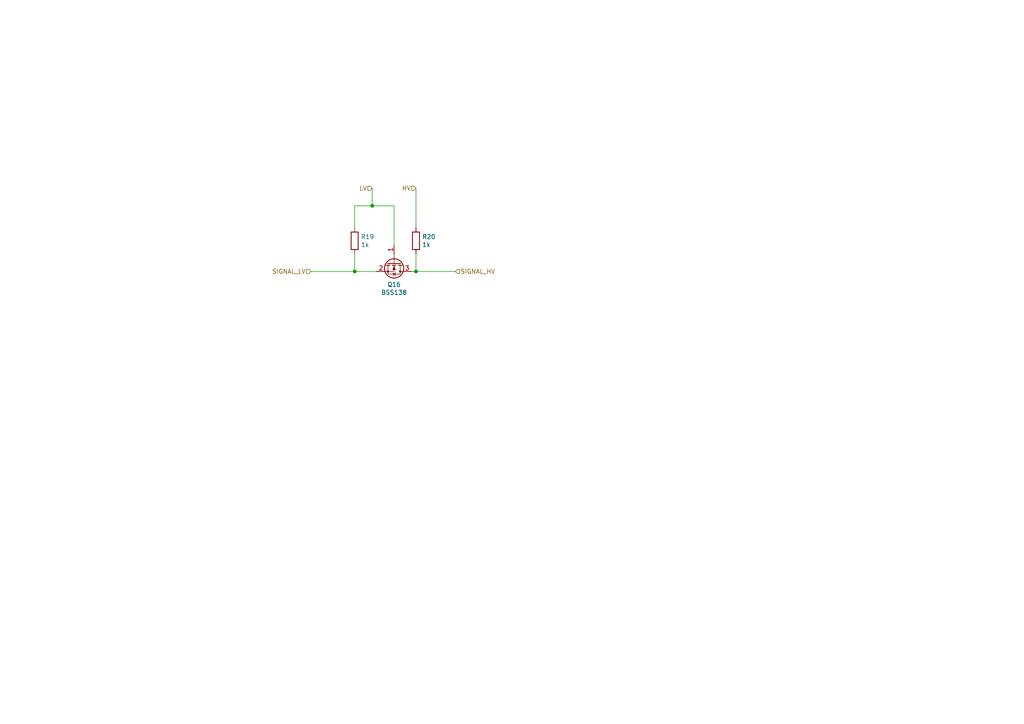
<source format=kicad_sch>
(kicad_sch (version 20211123) (generator eeschema)

  (uuid bc1d5740-b0c7-4566-95b0-470ac47a1fb3)

  (paper "A4")

  (lib_symbols
    (symbol "Device:R" (pin_numbers hide) (pin_names (offset 0)) (in_bom yes) (on_board yes)
      (property "Reference" "R" (id 0) (at 2.032 0 90)
        (effects (font (size 1.27 1.27)))
      )
      (property "Value" "R" (id 1) (at 0 0 90)
        (effects (font (size 1.27 1.27)))
      )
      (property "Footprint" "" (id 2) (at -1.778 0 90)
        (effects (font (size 1.27 1.27)) hide)
      )
      (property "Datasheet" "~" (id 3) (at 0 0 0)
        (effects (font (size 1.27 1.27)) hide)
      )
      (property "ki_keywords" "R res resistor" (id 4) (at 0 0 0)
        (effects (font (size 1.27 1.27)) hide)
      )
      (property "ki_description" "Resistor" (id 5) (at 0 0 0)
        (effects (font (size 1.27 1.27)) hide)
      )
      (property "ki_fp_filters" "R_*" (id 6) (at 0 0 0)
        (effects (font (size 1.27 1.27)) hide)
      )
      (symbol "R_0_1"
        (rectangle (start -1.016 -2.54) (end 1.016 2.54)
          (stroke (width 0.254) (type default) (color 0 0 0 0))
          (fill (type none))
        )
      )
      (symbol "R_1_1"
        (pin passive line (at 0 3.81 270) (length 1.27)
          (name "~" (effects (font (size 1.27 1.27))))
          (number "1" (effects (font (size 1.27 1.27))))
        )
        (pin passive line (at 0 -3.81 90) (length 1.27)
          (name "~" (effects (font (size 1.27 1.27))))
          (number "2" (effects (font (size 1.27 1.27))))
        )
      )
    )
    (symbol "Transistor_FET:BSS138" (pin_names hide) (in_bom yes) (on_board yes)
      (property "Reference" "Q" (id 0) (at 5.08 1.905 0)
        (effects (font (size 1.27 1.27)) (justify left))
      )
      (property "Value" "BSS138" (id 1) (at 5.08 0 0)
        (effects (font (size 1.27 1.27)) (justify left))
      )
      (property "Footprint" "Package_TO_SOT_SMD:SOT-23" (id 2) (at 5.08 -1.905 0)
        (effects (font (size 1.27 1.27) italic) (justify left) hide)
      )
      (property "Datasheet" "https://www.onsemi.com/pub/Collateral/BSS138-D.PDF" (id 3) (at 0 0 0)
        (effects (font (size 1.27 1.27)) (justify left) hide)
      )
      (property "ki_keywords" "N-Channel MOSFET" (id 4) (at 0 0 0)
        (effects (font (size 1.27 1.27)) hide)
      )
      (property "ki_description" "50V Vds, 0.22A Id, N-Channel MOSFET, SOT-23" (id 5) (at 0 0 0)
        (effects (font (size 1.27 1.27)) hide)
      )
      (property "ki_fp_filters" "SOT?23*" (id 6) (at 0 0 0)
        (effects (font (size 1.27 1.27)) hide)
      )
      (symbol "BSS138_0_1"
        (polyline
          (pts
            (xy 0.254 0)
            (xy -2.54 0)
          )
          (stroke (width 0) (type default) (color 0 0 0 0))
          (fill (type none))
        )
        (polyline
          (pts
            (xy 0.254 1.905)
            (xy 0.254 -1.905)
          )
          (stroke (width 0.254) (type default) (color 0 0 0 0))
          (fill (type none))
        )
        (polyline
          (pts
            (xy 0.762 -1.27)
            (xy 0.762 -2.286)
          )
          (stroke (width 0.254) (type default) (color 0 0 0 0))
          (fill (type none))
        )
        (polyline
          (pts
            (xy 0.762 0.508)
            (xy 0.762 -0.508)
          )
          (stroke (width 0.254) (type default) (color 0 0 0 0))
          (fill (type none))
        )
        (polyline
          (pts
            (xy 0.762 2.286)
            (xy 0.762 1.27)
          )
          (stroke (width 0.254) (type default) (color 0 0 0 0))
          (fill (type none))
        )
        (polyline
          (pts
            (xy 2.54 2.54)
            (xy 2.54 1.778)
          )
          (stroke (width 0) (type default) (color 0 0 0 0))
          (fill (type none))
        )
        (polyline
          (pts
            (xy 2.54 -2.54)
            (xy 2.54 0)
            (xy 0.762 0)
          )
          (stroke (width 0) (type default) (color 0 0 0 0))
          (fill (type none))
        )
        (polyline
          (pts
            (xy 0.762 -1.778)
            (xy 3.302 -1.778)
            (xy 3.302 1.778)
            (xy 0.762 1.778)
          )
          (stroke (width 0) (type default) (color 0 0 0 0))
          (fill (type none))
        )
        (polyline
          (pts
            (xy 1.016 0)
            (xy 2.032 0.381)
            (xy 2.032 -0.381)
            (xy 1.016 0)
          )
          (stroke (width 0) (type default) (color 0 0 0 0))
          (fill (type outline))
        )
        (polyline
          (pts
            (xy 2.794 0.508)
            (xy 2.921 0.381)
            (xy 3.683 0.381)
            (xy 3.81 0.254)
          )
          (stroke (width 0) (type default) (color 0 0 0 0))
          (fill (type none))
        )
        (polyline
          (pts
            (xy 3.302 0.381)
            (xy 2.921 -0.254)
            (xy 3.683 -0.254)
            (xy 3.302 0.381)
          )
          (stroke (width 0) (type default) (color 0 0 0 0))
          (fill (type none))
        )
        (circle (center 1.651 0) (radius 2.794)
          (stroke (width 0.254) (type default) (color 0 0 0 0))
          (fill (type none))
        )
        (circle (center 2.54 -1.778) (radius 0.254)
          (stroke (width 0) (type default) (color 0 0 0 0))
          (fill (type outline))
        )
        (circle (center 2.54 1.778) (radius 0.254)
          (stroke (width 0) (type default) (color 0 0 0 0))
          (fill (type outline))
        )
      )
      (symbol "BSS138_1_1"
        (pin input line (at -5.08 0 0) (length 2.54)
          (name "G" (effects (font (size 1.27 1.27))))
          (number "1" (effects (font (size 1.27 1.27))))
        )
        (pin passive line (at 2.54 -5.08 90) (length 2.54)
          (name "S" (effects (font (size 1.27 1.27))))
          (number "2" (effects (font (size 1.27 1.27))))
        )
        (pin passive line (at 2.54 5.08 270) (length 2.54)
          (name "D" (effects (font (size 1.27 1.27))))
          (number "3" (effects (font (size 1.27 1.27))))
        )
      )
    )
  )

  (junction (at 120.65 78.74) (diameter 0) (color 0 0 0 0)
    (uuid 2ec9be40-1d5a-4e2d-8a4d-4be2d3c079d5)
  )
  (junction (at 102.87 78.74) (diameter 0) (color 0 0 0 0)
    (uuid 341dde39-440e-4d05-8def-6a5cecefd88c)
  )
  (junction (at 107.95 59.69) (diameter 0) (color 0 0 0 0)
    (uuid 6e77d4d6-0239-4c20-98f8-23ae4f71d638)
  )

  (wire (pts (xy 119.38 78.74) (xy 120.65 78.74))
    (stroke (width 0) (type default) (color 0 0 0 0))
    (uuid 2a6ee718-8cdf-4fa6-be7c-8fe885d98fd7)
  )
  (wire (pts (xy 120.65 78.74) (xy 132.08 78.74))
    (stroke (width 0) (type default) (color 0 0 0 0))
    (uuid 35343f32-90ff-4059-a108-111fb444c3d2)
  )
  (wire (pts (xy 120.65 66.04) (xy 120.65 54.61))
    (stroke (width 0) (type default) (color 0 0 0 0))
    (uuid 4b982f8b-ca29-4ebf-88fc-8a50b24e0802)
  )
  (wire (pts (xy 90.17 78.74) (xy 102.87 78.74))
    (stroke (width 0) (type default) (color 0 0 0 0))
    (uuid 55cff608-ab38-48d9-ac09-2d0a877ceca1)
  )
  (wire (pts (xy 114.3 71.12) (xy 114.3 59.69))
    (stroke (width 0) (type default) (color 0 0 0 0))
    (uuid 6b69fc79-c78f-4df1-9a05-c51d4173705f)
  )
  (wire (pts (xy 120.65 78.74) (xy 120.65 73.66))
    (stroke (width 0) (type default) (color 0 0 0 0))
    (uuid 7b75907b-b2ae-4362-89fa-d520339aaa5c)
  )
  (wire (pts (xy 107.95 59.69) (xy 102.87 59.69))
    (stroke (width 0) (type default) (color 0 0 0 0))
    (uuid 9666bb6a-0c1d-4c92-be6d-94a465ec5c51)
  )
  (wire (pts (xy 102.87 66.04) (xy 102.87 59.69))
    (stroke (width 0) (type default) (color 0 0 0 0))
    (uuid d396ce56-1974-47b7-a41b-ae2b20ef835c)
  )
  (wire (pts (xy 102.87 78.74) (xy 109.22 78.74))
    (stroke (width 0) (type default) (color 0 0 0 0))
    (uuid e07e1653-d05d-4bf2-bea3-6515a06de065)
  )
  (wire (pts (xy 107.95 59.69) (xy 107.95 54.61))
    (stroke (width 0) (type default) (color 0 0 0 0))
    (uuid e46ecd61-0bbe-4b9f-a151-a2cacac5967b)
  )
  (wire (pts (xy 102.87 73.66) (xy 102.87 78.74))
    (stroke (width 0) (type default) (color 0 0 0 0))
    (uuid e7893166-2c2c-41b4-bd84-76ebc2e06551)
  )
  (wire (pts (xy 114.3 59.69) (xy 107.95 59.69))
    (stroke (width 0) (type default) (color 0 0 0 0))
    (uuid f2392fe0-54af-4e02-8793-9ba2471944b5)
  )

  (hierarchical_label "SIGNAL_LV" (shape input) (at 90.17 78.74 180)
    (effects (font (size 1.27 1.27)) (justify right))
    (uuid 042fe62b-53aa-4e86-97d0-9ccb1e16a895)
  )
  (hierarchical_label "SIGNAL_HV" (shape input) (at 132.08 78.74 0)
    (effects (font (size 1.27 1.27)) (justify left))
    (uuid 5dbda758-e74b-4ccf-ad68-495d537d68ba)
  )
  (hierarchical_label "LV" (shape input) (at 107.95 54.61 180)
    (effects (font (size 1.27 1.27)) (justify right))
    (uuid b853d9ac-7829-468f-99ac-dc9996502e94)
  )
  (hierarchical_label "HV" (shape input) (at 120.65 54.61 180)
    (effects (font (size 1.27 1.27)) (justify right))
    (uuid c10ace36-a93c-4c08-ac75-059ef9e1f71c)
  )

  (symbol (lib_id "Transistor_FET:BSS138") (at 114.3 76.2 270)
    (in_bom yes) (on_board yes)
    (uuid 00000000-0000-0000-0000-0000613371aa)
    (property "Reference" "Q16" (id 0) (at 114.3 82.5246 90))
    (property "Value" "BSS138" (id 1) (at 114.3 84.836 90))
    (property "Footprint" "Package_TO_SOT_SMD:SOT-23" (id 2) (at 112.395 81.28 0)
      (effects (font (size 1.27 1.27) italic) (justify left) hide)
    )
    (property "Datasheet" "https://www.onsemi.com/pub/Collateral/BSS138-D.PDF" (id 3) (at 114.3 76.2 0)
      (effects (font (size 1.27 1.27)) (justify left) hide)
    )
    (pin "1" (uuid bada0f88-ecb1-46c8-9d5d-3c3452e29c0c))
    (pin "2" (uuid 1fdbae30-cc3d-4fbb-8892-38903abcf132))
    (pin "3" (uuid 534aa771-e477-4e65-8cbc-9e6cecac9269))
  )

  (symbol (lib_id "Device:R") (at 102.87 69.85 0)
    (in_bom yes) (on_board yes)
    (uuid 00000000-0000-0000-0000-0000613371b4)
    (property "Reference" "R19" (id 0) (at 104.648 68.6816 0)
      (effects (font (size 1.27 1.27)) (justify left))
    )
    (property "Value" "1k" (id 1) (at 104.648 70.993 0)
      (effects (font (size 1.27 1.27)) (justify left))
    )
    (property "Footprint" "Resistor_SMD:R_0805_2012Metric_Pad1.20x1.40mm_HandSolder" (id 2) (at 101.092 69.85 90)
      (effects (font (size 1.27 1.27)) hide)
    )
    (property "Datasheet" "~" (id 3) (at 102.87 69.85 0)
      (effects (font (size 1.27 1.27)) hide)
    )
    (pin "1" (uuid a9a0f93f-a1f4-4e4e-949e-ea86947192c3))
    (pin "2" (uuid b9ddad7f-5981-451d-b103-cbc807f6c9a4))
  )

  (symbol (lib_id "Device:R") (at 120.65 69.85 0)
    (in_bom yes) (on_board yes)
    (uuid 00000000-0000-0000-0000-0000613371be)
    (property "Reference" "R20" (id 0) (at 122.428 68.6816 0)
      (effects (font (size 1.27 1.27)) (justify left))
    )
    (property "Value" "1k" (id 1) (at 122.428 70.993 0)
      (effects (font (size 1.27 1.27)) (justify left))
    )
    (property "Footprint" "Resistor_SMD:R_0805_2012Metric_Pad1.20x1.40mm_HandSolder" (id 2) (at 118.872 69.85 90)
      (effects (font (size 1.27 1.27)) hide)
    )
    (property "Datasheet" "~" (id 3) (at 120.65 69.85 0)
      (effects (font (size 1.27 1.27)) hide)
    )
    (pin "1" (uuid 92f05c61-eb44-409b-b79b-a6c75430f576))
    (pin "2" (uuid 74c1cfc8-374e-4e43-ae79-e565a6936216))
  )
)

</source>
